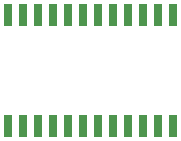
<source format=gbr>
%TF.GenerationSoftware,KiCad,Pcbnew,(5.1.6)-1*%
%TF.CreationDate,2021-07-08T13:54:37-04:00*%
%TF.ProjectId,Turbo-Display-V3-Simple,54757262-6f2d-4446-9973-706c61792d56,rev?*%
%TF.SameCoordinates,Original*%
%TF.FileFunction,Paste,Top*%
%TF.FilePolarity,Positive*%
%FSLAX46Y46*%
G04 Gerber Fmt 4.6, Leading zero omitted, Abs format (unit mm)*
G04 Created by KiCad (PCBNEW (5.1.6)-1) date 2021-07-08 13:54:37*
%MOMM*%
%LPD*%
G01*
G04 APERTURE LIST*
%ADD10R,0.650000X1.925000*%
G04 APERTURE END LIST*
D10*
%TO.C,IC1*%
X138303000Y-101867000D03*
X139573000Y-101867000D03*
X140843000Y-101867000D03*
X142113000Y-101867000D03*
X143383000Y-101867000D03*
X144653000Y-101867000D03*
X145923000Y-101867000D03*
X147193000Y-101867000D03*
X148463000Y-101867000D03*
X149733000Y-101867000D03*
X151003000Y-101867000D03*
X152273000Y-101867000D03*
X152273000Y-92443000D03*
X151003000Y-92443000D03*
X149733000Y-92443000D03*
X148463000Y-92443000D03*
X147193000Y-92443000D03*
X145923000Y-92443000D03*
X144653000Y-92443000D03*
X143383000Y-92443000D03*
X142113000Y-92443000D03*
X140843000Y-92443000D03*
X139573000Y-92443000D03*
X138303000Y-92443000D03*
%TD*%
M02*

</source>
